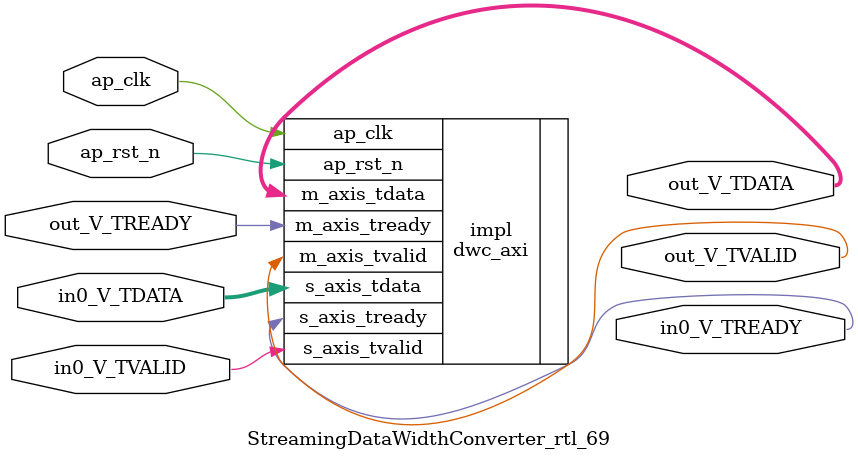
<source format=v>
/******************************************************************************
 * Copyright (C) 2023, Advanced Micro Devices, Inc.
 * All rights reserved.
 *
 * Redistribution and use in source and binary forms, with or without
 * modification, are permitted provided that the following conditions are met:
 *
 *  1. Redistributions of source code must retain the above copyright notice,
 *     this list of conditions and the following disclaimer.
 *
 *  2. Redistributions in binary form must reproduce the above copyright
 *     notice, this list of conditions and the following disclaimer in the
 *     documentation and/or other materials provided with the distribution.
 *
 *  3. Neither the name of the copyright holder nor the names of its
 *     contributors may be used to endorse or promote products derived from
 *     this software without specific prior written permission.
 *
 * THIS SOFTWARE IS PROVIDED BY THE COPYRIGHT HOLDERS AND CONTRIBUTORS "AS IS"
 * AND ANY EXPRESS OR IMPLIED WARRANTIES, INCLUDING, BUT NOT LIMITED TO,
 * THE IMPLIED WARRANTIES OF MERCHANTABILITY AND FITNESS FOR A PARTICULAR
 * PURPOSE ARE DISCLAIMED. IN NO EVENT SHALL THE COPYRIGHT HOLDER OR
 * CONTRIBUTORS BE LIABLE FOR ANY DIRECT, INDIRECT, INCIDENTAL, SPECIAL,
 * EXEMPLARY, OR CONSEQUENTIAL DAMAGES (INCLUDING, BUT NOT LIMITED TO,
 * PROCUREMENT OF SUBSTITUTE GOODS OR SERVICES; LOSS OF USE, DATA, OR PROFITS;
 * OR BUSINESS INTERRUPTION). HOWEVER CAUSED AND ON ANY THEORY OF LIABILITY,
 * WHETHER IN CONTRACT, STRICT LIABILITY, OR TORT (INCLUDING NEGLIGENCE OR
 * OTHERWISE) ARISING IN ANY WAY OUT OF THE USE OF THIS SOFTWARE, EVEN IF
 * ADVISED OF THE POSSIBILITY OF SUCH DAMAGE.
 *****************************************************************************/

module StreamingDataWidthConverter_rtl_69 #(
	parameter  IBITS = 5,
	parameter  OBITS = 10,

	parameter  AXI_IBITS = (IBITS+7)/8 * 8,
	parameter  AXI_OBITS = (OBITS+7)/8 * 8
)(
	//- Global Control ------------------
	(* X_INTERFACE_INFO = "xilinx.com:signal:clock:1.0 ap_clk CLK" *)
	(* X_INTERFACE_PARAMETER = "ASSOCIATED_BUSIF in0_V:out_V, ASSOCIATED_RESET ap_rst_n" *)
	input	ap_clk,
	(* X_INTERFACE_PARAMETER = "POLARITY ACTIVE_LOW" *)
	input	ap_rst_n,

	//- AXI Stream - Input --------------
	output	in0_V_TREADY,
	input	in0_V_TVALID,
	input	[AXI_IBITS-1:0]  in0_V_TDATA,

	//- AXI Stream - Output -------------
	input	out_V_TREADY,
	output	out_V_TVALID,
	output	[AXI_OBITS-1:0]  out_V_TDATA
);

	dwc_axi #(
		.IBITS(IBITS),
		.OBITS(OBITS)
	) impl (
		.ap_clk(ap_clk),
		.ap_rst_n(ap_rst_n),
		.s_axis_tready(in0_V_TREADY),
		.s_axis_tvalid(in0_V_TVALID),
		.s_axis_tdata(in0_V_TDATA),
		.m_axis_tready(out_V_TREADY),
		.m_axis_tvalid(out_V_TVALID),
		.m_axis_tdata(out_V_TDATA)
	);

endmodule

</source>
